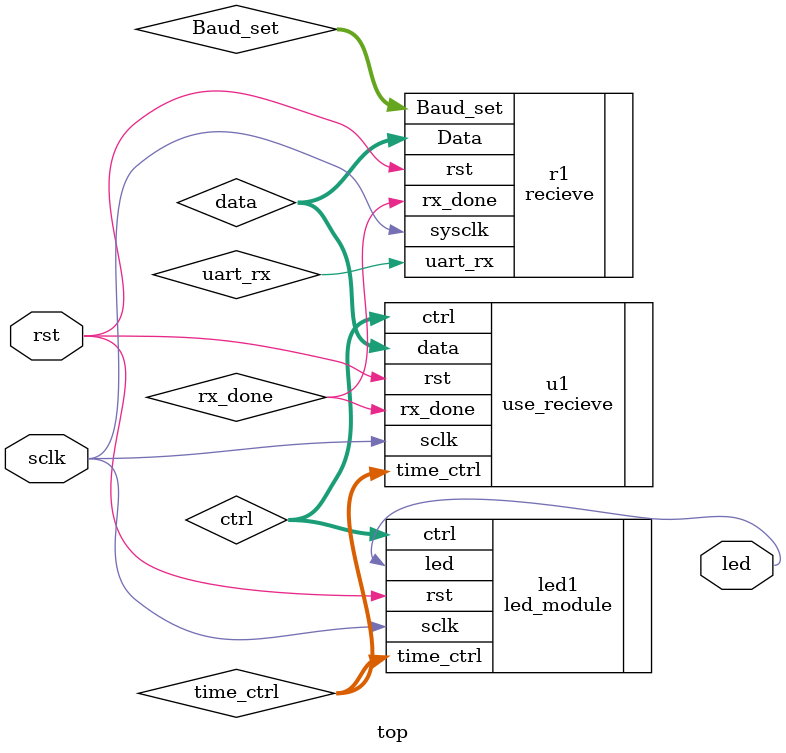
<source format=v>
module top(
    input           sclk    ,  
    input           rst     , 
    output          led
);
/*------------------------------------Àý»¯-------------------------------*/
///////////////////////////////////////´®¿Ú½ÓÊÕÀý»¯
reg [2:0] Baud_set;
reg uart_rx;
reg [7:0] data;
reg rx_done;
recieve r1(
    .sysclk     (sclk  )  ,
    .rst        (rst     )  ,
    .Baud_set   (Baud_set)  ,
    .uart_rx    (uart_rx )  ,
    .Data       (data    )  ,
    .rx_done    (rx_done )
    );
///Á¬½ÓÁ½¸öÄ£¿é¡ª¡ª ´®¿Ú½ÓÊÕÄ£¿é ºÍ ledÉÁË¸Ä£¿é ¡ª¡ªµÄÖÐ¼äÄ£¿é
reg [7:0]ctrl;
reg [31:0]time_ctrl;
use_recieve u1(
    .rst       (rst       )   ,
    .sclk      (sclk      )   , 
    .data      (data      )   , 
    .rx_done   (rx_done   )   ,    
    .ctrl      (ctrl      )   , 
    .time_ctrl (time_ctrl )         
);

/////////////////////////////////////////led ÉÁË¸Ä£¿é
led_module led1(
    . rst       ( rst       )       ,
    . sclk      ( sclk      )       ,
    . ctrl      ( ctrl      )       ,      
    . time_ctrl ( time_ctrl )       , //¿ØÖÆÊ±¼ä³¤¶ÌµÄ¶Ë¿Ú
    . led       ( led)
    );

endmodule
</source>
